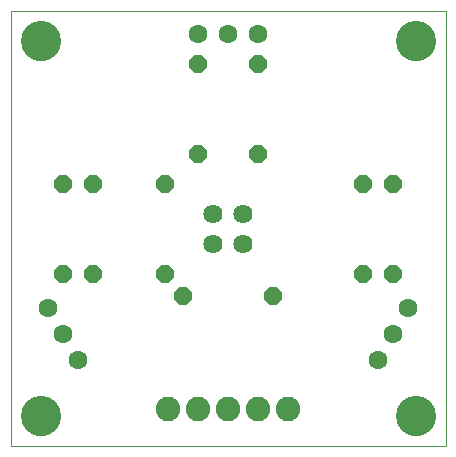
<source format=gbs>
G75*
%MOIN*%
%OFA0B0*%
%FSLAX24Y24*%
%IPPOS*%
%LPD*%
%AMOC8*
5,1,8,0,0,1.08239X$1,22.5*
%
%ADD10C,0.0000*%
%ADD11C,0.1340*%
%ADD12C,0.0631*%
%ADD13OC8,0.0600*%
%ADD14C,0.0640*%
%ADD15C,0.0820*%
D10*
X000100Y000112D02*
X000100Y014608D01*
X000100Y014612D01*
X000100Y014608D02*
X014595Y014608D01*
X014595Y000112D01*
X000100Y000112D01*
X000470Y001112D02*
X000472Y001162D01*
X000478Y001212D01*
X000488Y001261D01*
X000502Y001309D01*
X000519Y001356D01*
X000540Y001401D01*
X000565Y001445D01*
X000593Y001486D01*
X000625Y001525D01*
X000659Y001562D01*
X000696Y001596D01*
X000736Y001626D01*
X000778Y001653D01*
X000822Y001677D01*
X000868Y001698D01*
X000915Y001714D01*
X000963Y001727D01*
X001013Y001736D01*
X001062Y001741D01*
X001113Y001742D01*
X001163Y001739D01*
X001212Y001732D01*
X001261Y001721D01*
X001309Y001706D01*
X001355Y001688D01*
X001400Y001666D01*
X001443Y001640D01*
X001484Y001611D01*
X001523Y001579D01*
X001559Y001544D01*
X001591Y001506D01*
X001621Y001466D01*
X001648Y001423D01*
X001671Y001379D01*
X001690Y001333D01*
X001706Y001285D01*
X001718Y001236D01*
X001726Y001187D01*
X001730Y001137D01*
X001730Y001087D01*
X001726Y001037D01*
X001718Y000988D01*
X001706Y000939D01*
X001690Y000891D01*
X001671Y000845D01*
X001648Y000801D01*
X001621Y000758D01*
X001591Y000718D01*
X001559Y000680D01*
X001523Y000645D01*
X001484Y000613D01*
X001443Y000584D01*
X001400Y000558D01*
X001355Y000536D01*
X001309Y000518D01*
X001261Y000503D01*
X001212Y000492D01*
X001163Y000485D01*
X001113Y000482D01*
X001062Y000483D01*
X001013Y000488D01*
X000963Y000497D01*
X000915Y000510D01*
X000868Y000526D01*
X000822Y000547D01*
X000778Y000571D01*
X000736Y000598D01*
X000696Y000628D01*
X000659Y000662D01*
X000625Y000699D01*
X000593Y000738D01*
X000565Y000779D01*
X000540Y000823D01*
X000519Y000868D01*
X000502Y000915D01*
X000488Y000963D01*
X000478Y001012D01*
X000472Y001062D01*
X000470Y001112D01*
X000470Y013612D02*
X000472Y013662D01*
X000478Y013712D01*
X000488Y013761D01*
X000502Y013809D01*
X000519Y013856D01*
X000540Y013901D01*
X000565Y013945D01*
X000593Y013986D01*
X000625Y014025D01*
X000659Y014062D01*
X000696Y014096D01*
X000736Y014126D01*
X000778Y014153D01*
X000822Y014177D01*
X000868Y014198D01*
X000915Y014214D01*
X000963Y014227D01*
X001013Y014236D01*
X001062Y014241D01*
X001113Y014242D01*
X001163Y014239D01*
X001212Y014232D01*
X001261Y014221D01*
X001309Y014206D01*
X001355Y014188D01*
X001400Y014166D01*
X001443Y014140D01*
X001484Y014111D01*
X001523Y014079D01*
X001559Y014044D01*
X001591Y014006D01*
X001621Y013966D01*
X001648Y013923D01*
X001671Y013879D01*
X001690Y013833D01*
X001706Y013785D01*
X001718Y013736D01*
X001726Y013687D01*
X001730Y013637D01*
X001730Y013587D01*
X001726Y013537D01*
X001718Y013488D01*
X001706Y013439D01*
X001690Y013391D01*
X001671Y013345D01*
X001648Y013301D01*
X001621Y013258D01*
X001591Y013218D01*
X001559Y013180D01*
X001523Y013145D01*
X001484Y013113D01*
X001443Y013084D01*
X001400Y013058D01*
X001355Y013036D01*
X001309Y013018D01*
X001261Y013003D01*
X001212Y012992D01*
X001163Y012985D01*
X001113Y012982D01*
X001062Y012983D01*
X001013Y012988D01*
X000963Y012997D01*
X000915Y013010D01*
X000868Y013026D01*
X000822Y013047D01*
X000778Y013071D01*
X000736Y013098D01*
X000696Y013128D01*
X000659Y013162D01*
X000625Y013199D01*
X000593Y013238D01*
X000565Y013279D01*
X000540Y013323D01*
X000519Y013368D01*
X000502Y013415D01*
X000488Y013463D01*
X000478Y013512D01*
X000472Y013562D01*
X000470Y013612D01*
X012970Y013612D02*
X012972Y013662D01*
X012978Y013712D01*
X012988Y013761D01*
X013002Y013809D01*
X013019Y013856D01*
X013040Y013901D01*
X013065Y013945D01*
X013093Y013986D01*
X013125Y014025D01*
X013159Y014062D01*
X013196Y014096D01*
X013236Y014126D01*
X013278Y014153D01*
X013322Y014177D01*
X013368Y014198D01*
X013415Y014214D01*
X013463Y014227D01*
X013513Y014236D01*
X013562Y014241D01*
X013613Y014242D01*
X013663Y014239D01*
X013712Y014232D01*
X013761Y014221D01*
X013809Y014206D01*
X013855Y014188D01*
X013900Y014166D01*
X013943Y014140D01*
X013984Y014111D01*
X014023Y014079D01*
X014059Y014044D01*
X014091Y014006D01*
X014121Y013966D01*
X014148Y013923D01*
X014171Y013879D01*
X014190Y013833D01*
X014206Y013785D01*
X014218Y013736D01*
X014226Y013687D01*
X014230Y013637D01*
X014230Y013587D01*
X014226Y013537D01*
X014218Y013488D01*
X014206Y013439D01*
X014190Y013391D01*
X014171Y013345D01*
X014148Y013301D01*
X014121Y013258D01*
X014091Y013218D01*
X014059Y013180D01*
X014023Y013145D01*
X013984Y013113D01*
X013943Y013084D01*
X013900Y013058D01*
X013855Y013036D01*
X013809Y013018D01*
X013761Y013003D01*
X013712Y012992D01*
X013663Y012985D01*
X013613Y012982D01*
X013562Y012983D01*
X013513Y012988D01*
X013463Y012997D01*
X013415Y013010D01*
X013368Y013026D01*
X013322Y013047D01*
X013278Y013071D01*
X013236Y013098D01*
X013196Y013128D01*
X013159Y013162D01*
X013125Y013199D01*
X013093Y013238D01*
X013065Y013279D01*
X013040Y013323D01*
X013019Y013368D01*
X013002Y013415D01*
X012988Y013463D01*
X012978Y013512D01*
X012972Y013562D01*
X012970Y013612D01*
X012970Y001112D02*
X012972Y001162D01*
X012978Y001212D01*
X012988Y001261D01*
X013002Y001309D01*
X013019Y001356D01*
X013040Y001401D01*
X013065Y001445D01*
X013093Y001486D01*
X013125Y001525D01*
X013159Y001562D01*
X013196Y001596D01*
X013236Y001626D01*
X013278Y001653D01*
X013322Y001677D01*
X013368Y001698D01*
X013415Y001714D01*
X013463Y001727D01*
X013513Y001736D01*
X013562Y001741D01*
X013613Y001742D01*
X013663Y001739D01*
X013712Y001732D01*
X013761Y001721D01*
X013809Y001706D01*
X013855Y001688D01*
X013900Y001666D01*
X013943Y001640D01*
X013984Y001611D01*
X014023Y001579D01*
X014059Y001544D01*
X014091Y001506D01*
X014121Y001466D01*
X014148Y001423D01*
X014171Y001379D01*
X014190Y001333D01*
X014206Y001285D01*
X014218Y001236D01*
X014226Y001187D01*
X014230Y001137D01*
X014230Y001087D01*
X014226Y001037D01*
X014218Y000988D01*
X014206Y000939D01*
X014190Y000891D01*
X014171Y000845D01*
X014148Y000801D01*
X014121Y000758D01*
X014091Y000718D01*
X014059Y000680D01*
X014023Y000645D01*
X013984Y000613D01*
X013943Y000584D01*
X013900Y000558D01*
X013855Y000536D01*
X013809Y000518D01*
X013761Y000503D01*
X013712Y000492D01*
X013663Y000485D01*
X013613Y000482D01*
X013562Y000483D01*
X013513Y000488D01*
X013463Y000497D01*
X013415Y000510D01*
X013368Y000526D01*
X013322Y000547D01*
X013278Y000571D01*
X013236Y000598D01*
X013196Y000628D01*
X013159Y000662D01*
X013125Y000699D01*
X013093Y000738D01*
X013065Y000779D01*
X013040Y000823D01*
X013019Y000868D01*
X013002Y000915D01*
X012988Y000963D01*
X012978Y001012D01*
X012972Y001062D01*
X012970Y001112D01*
D11*
X013600Y001112D03*
X013600Y013612D03*
X001100Y013612D03*
X001100Y001112D03*
D12*
X002350Y002996D03*
X001850Y003862D03*
X001350Y004728D03*
X006350Y013862D03*
X007350Y013862D03*
X008350Y013862D03*
X013350Y004728D03*
X012850Y003862D03*
X012350Y002996D03*
D13*
X011850Y005862D03*
X012850Y005862D03*
X012850Y008862D03*
X011850Y008862D03*
X008350Y009862D03*
X006350Y009862D03*
X005225Y008862D03*
X002850Y008862D03*
X001850Y008862D03*
X001850Y005862D03*
X002850Y005862D03*
X005225Y005862D03*
X005850Y005112D03*
X008850Y005112D03*
X008350Y012862D03*
X006350Y012862D03*
D14*
X006850Y007862D03*
X007850Y007862D03*
X007850Y006862D03*
X006850Y006862D03*
D15*
X006350Y001362D03*
X005350Y001362D03*
X007350Y001362D03*
X008350Y001362D03*
X009350Y001362D03*
M02*

</source>
